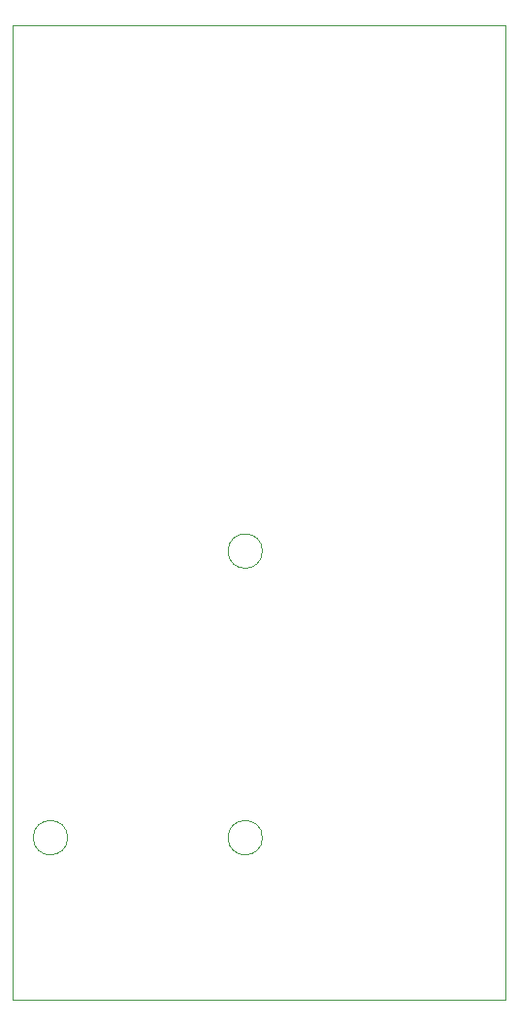
<source format=gbr>
%TF.GenerationSoftware,KiCad,Pcbnew,5.1.6+dfsg1-1*%
%TF.CreationDate,2021-04-08T11:29:05+02:00*%
%TF.ProjectId,gsm-rtc-board,67736d2d-7274-4632-9d62-6f6172642e6b,rev?*%
%TF.SameCoordinates,Original*%
%TF.FileFunction,Profile,NP*%
%FSLAX46Y46*%
G04 Gerber Fmt 4.6, Leading zero omitted, Abs format (unit mm)*
G04 Created by KiCad (PCBNEW 5.1.6+dfsg1-1) date 2021-04-08 11:29:05*
%MOMM*%
%LPD*%
G01*
G04 APERTURE LIST*
%TA.AperFunction,Profile*%
%ADD10C,0.050000*%
%TD*%
G04 APERTURE END LIST*
D10*
X113000000Y-65000000D02*
X70000000Y-65000000D01*
X113000000Y-150000000D02*
X113000000Y-65000000D01*
X74800000Y-135900000D02*
G75*
G03*
X74800000Y-135900000I-1500000J0D01*
G01*
X91800000Y-135900000D02*
G75*
G03*
X91800000Y-135900000I-1500000J0D01*
G01*
X91800000Y-110900000D02*
G75*
G03*
X91800000Y-110900000I-1500000J0D01*
G01*
X70000000Y-65000000D02*
X70000000Y-150000000D01*
X70000000Y-150000000D02*
X113000000Y-150000000D01*
M02*

</source>
